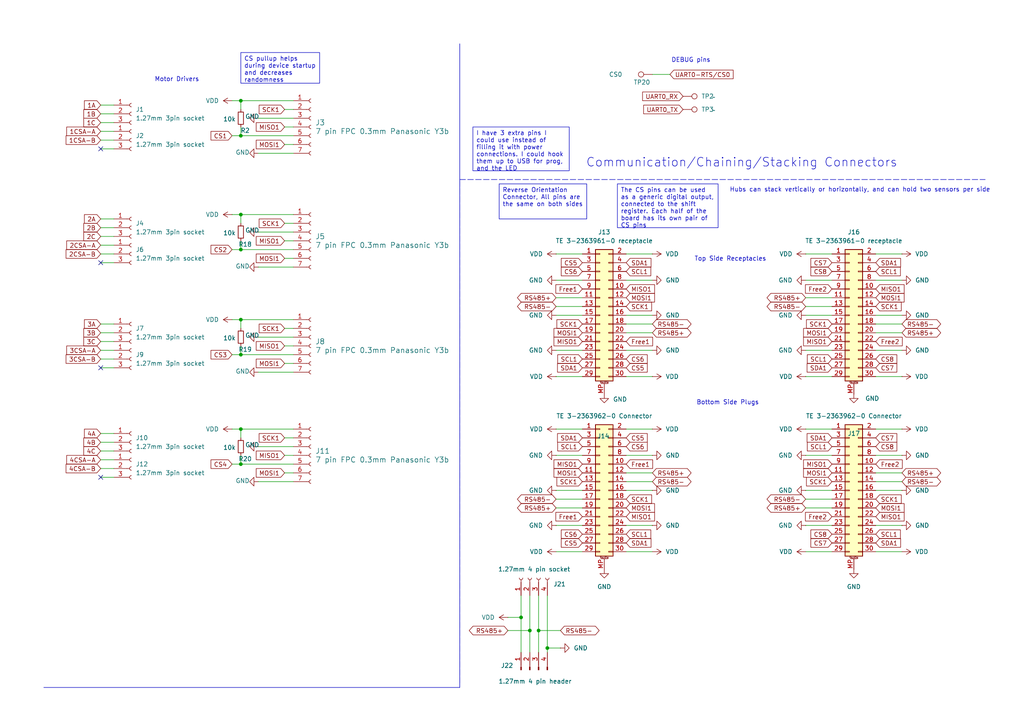
<source format=kicad_sch>
(kicad_sch (version 20231120) (generator "eeschema") (generator_version "8.0")
  (paper "A4")
  (title_block (title "CACKLE -  Hub/Connectors") (date "2024-10-08"))
  (lib_symbols
    (symbol "Connector:Conn_01x03_Socket" (pin_names (offset 1.016) hide)
      (property "Reference" "J" (at 0 5.08 0))
      (property "Value" "Conn_01x03_Socket" (at 0 -5.08 0))
      (symbol "Conn_01x03_Socket_1_1"
        (pin passive line (at -5.08 2.54 0) (length 3.81) (name "Pin_1") (number "1"))
        (pin passive line (at -5.08 0 0) (length 3.81) (name "Pin_2") (number "2"))
        (pin passive line (at -5.08 -2.54 0) (length 3.81) (name "Pin_3") (number "3"))
      )
    )
    (symbol "Connector:Conn_01x04_Pin" (pin_names (offset 1.016) hide)
      (property "Reference" "J" (at 0 5.08 0))
      (property "Value" "Conn_01x04_Pin" (at 0 -7.62 0))
      (symbol "Conn_01x04_Pin_1_1"
        (pin passive line (at 5.08 2.54 180) (length 3.81) (name "Pin_1") (number "1"))
        (pin passive line (at 5.08 0 180) (length 3.81) (name "Pin_2") (number "2"))
        (pin passive line (at 5.08 -2.54 180) (length 3.81) (name "Pin_3") (number "3"))
        (pin passive line (at 5.08 -5.08 180) (length 3.81) (name "Pin_4") (number "4"))
      )
    )
    (symbol "Connector:Conn_01x04_Socket" (pin_names (offset 1.016) hide)
      (property "Reference" "J" (at 0 5.08 0))
      (property "Value" "Conn_01x04_Socket" (at 0 -7.62 0))
      (symbol "Conn_01x04_Socket_1_1"
        (pin passive line (at -5.08 2.54 0) (length 3.81) (name "Pin_1") (number "1"))
        (pin passive line (at -5.08 0 0) (length 3.81) (name "Pin_2") (number "2"))
        (pin passive line (at -5.08 -2.54 0) (length 3.81) (name "Pin_3") (number "3"))
        (pin passive line (at -5.08 -5.08 0) (length 3.81) (name "Pin_4") (number "4"))
      )
    )
    (symbol "Connector:Conn_01x07_Socket" (pin_names (offset 1.016) hide)
      (property "Reference" "J" (at 0 10.16 0))
      (property "Value" "Conn_01x07_Socket" (at 0 -10.16 0))
      (symbol "Conn_01x07_Socket_1_1"
        (pin passive line (at -5.08 7.62 0) (length 3.81) (name "Pin_1") (number "1"))
        (pin passive line (at -5.08 5.08 0) (length 3.81) (name "Pin_2") (number "2"))
        (pin passive line (at -5.08 2.54 0) (length 3.81) (name "Pin_3") (number "3"))
        (pin passive line (at -5.08 0 0) (length 3.81) (name "Pin_4") (number "4"))
        (pin passive line (at -5.08 -2.54 0) (length 3.81) (name "Pin_5") (number "5"))
        (pin passive line (at -5.08 -5.08 0) (length 3.81) (name "Pin_6") (number "6"))
        (pin passive line (at -5.08 -7.62 0) (length 3.81) (name "Pin_7") (number "7"))
      )
    )
    (symbol "Connector:TestPoint" (pin_numbers hide) (pin_names (offset 0.762) hide)
      (property "Reference" "TP" (at 0 6.858 0))
      (property "Value" "TestPoint" (at 0 5.08 0))
      (symbol "TestPoint_1_1"
        (pin passive line (at 0 0 90) (length 2.54) (name "1") (number "1"))
      )
    )
    (symbol "Connector_Generic_MountingPin:Conn_02x15_Odd_Even_MountingPin" (pin_names (offset 1.016) hide)
      (property "Reference" "J" (at 1.27 20.32 0))
      (property "Value" "Conn_02x15_Odd_Even_MountingPin" (at 2.54 -20.32 0))
      (symbol "Conn_02x15_Odd_Even_MountingPin_1_1"
        (text "Mounting" (at 1.27 -19.431 0) (effects (font (size 0.381 0.381))))
        (pin passive line (at -5.08 17.78 0) (length 3.81) (name "Pin_1") (number "1"))
        (pin passive line (at 7.62 7.62 180) (length 3.81) (name "Pin_10") (number "10"))
        (pin passive line (at -5.08 5.08 0) (length 3.81) (name "Pin_11") (number "11"))
        (pin passive line (at 7.62 5.08 180) (length 3.81) (name "Pin_12") (number "12"))
        (pin passive line (at -5.08 2.54 0) (length 3.81) (name "Pin_13") (number "13"))
        (pin passive line (at 7.62 2.54 180) (length 3.81) (name "Pin_14") (number "14"))
        (pin passive line (at -5.08 0 0) (length 3.81) (name "Pin_15") (number "15"))
        (pin passive line (at 7.62 0 180) (length 3.81) (name "Pin_16") (number "16"))
        (pin passive line (at -5.08 -2.54 0) (length 3.81) (name "Pin_17") (number "17"))
        (pin passive line (at 7.62 -2.54 180) (length 3.81) (name "Pin_18") (number "18"))
        (pin passive line (at -5.08 -5.08 0) (length 3.81) (name "Pin_19") (number "19"))
        (pin passive line (at 7.62 17.78 180) (length 3.81) (name "Pin_2") (number "2"))
        (pin passive line (at 7.62 -5.08 180) (length 3.81) (name "Pin_20") (number "20"))
        (pin passive line (at -5.08 -7.62 0) (length 3.81) (name "Pin_21") (number "21"))
        (pin passive line (at 7.62 -7.62 180) (length 3.81) (name "Pin_22") (number "22"))
        (pin passive line (at -5.08 -10.16 0) (length 3.81) (name "Pin_23") (number "23"))
        (pin passive line (at 7.62 -10.16 180) (length 3.81) (name "Pin_24") (number "24"))
        (pin passive line (at -5.08 -12.7 0) (length 3.81) (name "Pin_25") (number "25"))
        (pin passive line (at 7.62 -12.7 180) (length 3.81) (name "Pin_26") (number "26"))
        (pin passive line (at -5.08 -15.24 0) (length 3.81) (name "Pin_27") (number "27"))
        (pin passive line (at 7.62 -15.24 180) (length 3.81) (name "Pin_28") (number "28"))
        (pin passive line (at -5.08 -17.78 0) (length 3.81) (name "Pin_29") (number "29"))
        (pin passive line (at -5.08 15.24 0) (length 3.81) (name "Pin_3") (number "3"))
        (pin passive line (at 7.62 -17.78 180) (length 3.81) (name "Pin_30") (number "30"))
        (pin passive line (at 7.62 15.24 180) (length 3.81) (name "Pin_4") (number "4"))
        (pin passive line (at -5.08 12.7 0) (length 3.81) (name "Pin_5") (number "5"))
        (pin passive line (at 7.62 12.7 180) (length 3.81) (name "Pin_6") (number "6"))
        (pin passive line (at -5.08 10.16 0) (length 3.81) (name "Pin_7") (number "7"))
        (pin passive line (at 7.62 10.16 180) (length 3.81) (name "Pin_8") (number "8"))
        (pin passive line (at -5.08 7.62 0) (length 3.81) (name "Pin_9") (number "9"))
        (pin passive line (at 1.27 -22.86 90) (length 3.048) (name "MountPin") (number "MP"))
      )
    )
    (symbol "Device:R_Small" (pin_numbers hide) (pin_names (offset 0.254) hide)
      (property "Reference" "R" (at 0.762 0.508 0))
      (property "Value" "R_Small" (at 0.762 -1.016 0))
      (symbol "R_Small_1_1"
        (pin passive line (at 0 2.54 270) (length 0.762) (name "~") (number "1"))
        (pin passive line (at 0 -2.54 90) (length 0.762) (name "~") (number "2"))
      )
    )
    (symbol "power:GND" (power) (pin_numbers hide) (pin_names (offset 0) hide)
      (property "Value" "GND" (at 0 -3.81 0))
      (symbol "GND_1_1"
        (pin power_in line (at 0 0 270) (length 0) (name "~") (number "1"))
      )
    )
    (symbol "power:VDD" (power) (pin_numbers hide) (pin_names (offset 0) hide)
      (property "Value" "VDD" (at 0 3.556 0))
      (symbol "VDD_1_1"
        (pin power_in line (at 0 0 90) (length 0) (name "~") (number "1"))
      )
    )
  )
  (junction (at 69.85 62.23))
  (junction (at 69.85 124.46))
  (junction (at 69.85 134.62))
  (junction (at 158.75 187.96))
  (junction (at 69.85 29.21))
  (junction (at 69.85 102.87))
  (junction (at 151.13 179.07))
  (junction (at 156.21 182.88))
  (junction (at 153.67 182.88))
  (junction (at 69.85 92.71))
  (junction (at 69.85 72.39))
  (junction (at 69.85 39.37))
  (no_connect (at 29.21 138.43))
  (no_connect (at 29.21 106.68))
  (no_connect (at 29.21 43.18))
  (no_connect (at 29.21 76.2))
  (wire (pts (xy 233.68 81.28) (xy 241.3 81.28)))
  (wire (pts (xy 69.85 39.37) (xy 85.09 39.37)))
  (wire (pts (xy 69.85 100.33) (xy 69.85 102.87)))
  (wire (pts (xy 82.55 41.91) (xy 85.09 41.91)))
  (wire (pts (xy 69.85 69.85) (xy 69.85 72.39)))
  (wire (pts (xy 189.23 160.02) (xy 181.61 160.02)))
  (wire (pts (xy 69.85 72.39) (xy 85.09 72.39)))
  (wire (pts (xy 153.67 172.72) (xy 153.67 182.88)))
  (wire (pts (xy 29.21 76.2) (xy 33.02 76.2)))
  (wire (pts (xy 161.29 124.46) (xy 168.91 124.46)))
  (wire (pts (xy 151.13 172.72) (xy 151.13 179.07)))
  (wire (pts (xy 161.29 147.32) (xy 168.91 147.32)))
  (wire (pts (xy 29.21 106.68) (xy 33.02 106.68)))
  (wire (pts (xy 158.75 172.72) (xy 158.75 187.96)))
  (wire (pts (xy 261.62 101.6) (xy 254 101.6)))
  (wire (pts (xy 189.23 91.44) (xy 181.61 91.44)))
  (wire (pts (xy 261.62 96.52) (xy 254 96.52)))
  (wire (pts (xy 233.68 124.46) (xy 241.3 124.46)))
  (wire (pts (xy 29.21 43.18) (xy 33.02 43.18)))
  (wire (pts (xy 233.68 152.4) (xy 241.3 152.4)))
  (wire (pts (xy 69.85 36.83) (xy 69.85 39.37)))
  (wire (pts (xy 189.23 101.6) (xy 181.61 101.6)))
  (wire (pts (xy 233.68 88.9) (xy 241.3 88.9)))
  (wire (pts (xy 69.85 62.23) (xy 85.09 62.23)))
  (wire (pts (xy 161.29 144.78) (xy 168.91 144.78)))
  (wire (pts (xy 69.85 62.23) (xy 69.85 64.77)))
  (wire (pts (xy 233.68 86.36) (xy 241.3 86.36)))
  (wire (pts (xy 261.62 137.16) (xy 254 137.16)))
  (wire (pts (xy 161.29 91.44) (xy 168.91 91.44)))
  (wire (pts (xy 69.85 132.08) (xy 69.85 134.62)))
  (wire (pts (xy 29.21 104.14) (xy 33.02 104.14)))
  (polyline (pts (xy 133.35 52.07) (xy 285.75 52.07)) (stroke (width 0) (type dash)))
  (wire (pts (xy 29.21 35.56) (xy 33.02 35.56)))
  (wire (pts (xy 69.85 134.62) (xy 85.09 134.62)))
  (wire (pts (xy 261.62 124.46) (xy 254 124.46)))
  (wire (pts (xy 67.31 29.21) (xy 69.85 29.21)))
  (wire (pts (xy 67.31 72.39) (xy 69.85 72.39)))
  (wire (pts (xy 261.62 132.08) (xy 254 132.08)))
  (wire (pts (xy 74.93 34.29) (xy 85.09 34.29)))
  (wire (pts (xy 158.75 187.96) (xy 162.56 187.96)))
  (wire (pts (xy 189.23 142.24) (xy 181.61 142.24)))
  (wire (pts (xy 161.29 142.24) (xy 168.91 142.24)))
  (wire (pts (xy 261.62 139.7) (xy 254 139.7)))
  (polyline (pts (xy 133.35 12.7) (xy 133.35 199.39)))
  (wire (pts (xy 67.31 124.46) (xy 69.85 124.46)))
  (wire (pts (xy 261.62 152.4) (xy 254 152.4)))
  (wire (pts (xy 74.93 97.79) (xy 85.09 97.79)))
  (wire (pts (xy 82.55 100.33) (xy 85.09 100.33)))
  (wire (pts (xy 29.21 96.52) (xy 33.02 96.52)))
  (wire (pts (xy 233.68 144.78) (xy 241.3 144.78)))
  (wire (pts (xy 189.23 132.08) (xy 181.61 132.08)))
  (wire (pts (xy 29.21 128.27) (xy 33.02 128.27)))
  (wire (pts (xy 74.93 107.95) (xy 85.09 107.95)))
  (wire (pts (xy 189.23 137.16) (xy 181.61 137.16)))
  (wire (pts (xy 29.21 125.73) (xy 33.02 125.73)))
  (wire (pts (xy 161.29 73.66) (xy 168.91 73.66)))
  (wire (pts (xy 261.62 91.44) (xy 254 91.44)))
  (wire (pts (xy 29.21 135.89) (xy 33.02 135.89)))
  (wire (pts (xy 29.21 93.98) (xy 33.02 93.98)))
  (wire (pts (xy 261.62 73.66) (xy 254 73.66)))
  (wire (pts (xy 161.29 88.9) (xy 168.91 88.9)))
  (wire (pts (xy 82.55 105.41) (xy 85.09 105.41)))
  (wire (pts (xy 151.13 179.07) (xy 151.13 189.23)))
  (wire (pts (xy 82.55 69.85) (xy 85.09 69.85)))
  (wire (pts (xy 82.55 36.83) (xy 85.09 36.83)))
  (wire (pts (xy 29.21 71.12) (xy 33.02 71.12)))
  (wire (pts (xy 82.55 127) (xy 85.09 127)))
  (wire (pts (xy 69.85 92.71) (xy 85.09 92.71)))
  (polyline (pts (xy 133.35 198.12) (xy 133.35 52.07)) (stroke (width 0) (type dash)))
  (wire (pts (xy 147.32 179.07) (xy 151.13 179.07)))
  (wire (pts (xy 194.31 21.59) (xy 189.23 21.59)))
  (wire (pts (xy 189.23 109.22) (xy 181.61 109.22)))
  (wire (pts (xy 261.62 93.98) (xy 254 93.98)))
  (wire (pts (xy 29.21 130.81) (xy 33.02 130.81)))
  (wire (pts (xy 29.21 68.58) (xy 33.02 68.58)))
  (wire (pts (xy 261.62 160.02) (xy 254 160.02)))
  (wire (pts (xy 156.21 182.88) (xy 162.56 182.88)))
  (wire (pts (xy 29.21 101.6) (xy 33.02 101.6)))
  (polyline (pts (xy 12.7 199.39) (xy 133.35 199.39)))
  (wire (pts (xy 233.68 147.32) (xy 241.3 147.32)))
  (wire (pts (xy 233.68 91.44) (xy 241.3 91.44)))
  (wire (pts (xy 189.23 152.4) (xy 181.61 152.4)))
  (wire (pts (xy 29.21 63.5) (xy 33.02 63.5)))
  (wire (pts (xy 161.29 160.02) (xy 168.91 160.02)))
  (wire (pts (xy 261.62 142.24) (xy 254 142.24)))
  (wire (pts (xy 82.55 95.25) (xy 85.09 95.25)))
  (wire (pts (xy 69.85 124.46) (xy 85.09 124.46)))
  (wire (pts (xy 29.21 133.35) (xy 33.02 133.35)))
  (wire (pts (xy 261.62 81.28) (xy 254 81.28)))
  (wire (pts (xy 233.68 160.02) (xy 241.3 160.02)))
  (wire (pts (xy 161.29 81.28) (xy 168.91 81.28)))
  (wire (pts (xy 67.31 134.62) (xy 69.85 134.62)))
  (wire (pts (xy 189.23 139.7) (xy 181.61 139.7)))
  (wire (pts (xy 29.21 138.43) (xy 33.02 138.43)))
  (wire (pts (xy 153.67 182.88) (xy 153.67 189.23)))
  (wire (pts (xy 189.23 93.98) (xy 181.61 93.98)))
  (wire (pts (xy 74.93 77.47) (xy 85.09 77.47)))
  (wire (pts (xy 147.32 182.88) (xy 153.67 182.88)))
  (wire (pts (xy 233.68 73.66) (xy 241.3 73.66)))
  (wire (pts (xy 156.21 182.88) (xy 156.21 189.23)))
  (wire (pts (xy 158.75 187.96) (xy 158.75 189.23)))
  (wire (pts (xy 161.29 109.22) (xy 168.91 109.22)))
  (wire (pts (xy 233.68 109.22) (xy 241.3 109.22)))
  (wire (pts (xy 161.29 152.4) (xy 168.91 152.4)))
  (wire (pts (xy 74.93 67.31) (xy 85.09 67.31)))
  (wire (pts (xy 156.21 172.72) (xy 156.21 182.88)))
  (wire (pts (xy 29.21 73.66) (xy 33.02 73.66)))
  (wire (pts (xy 67.31 62.23) (xy 69.85 62.23)))
  (wire (pts (xy 233.68 142.24) (xy 241.3 142.24)))
  (wire (pts (xy 74.93 44.45) (xy 85.09 44.45)))
  (wire (pts (xy 189.23 73.66) (xy 181.61 73.66)))
  (wire (pts (xy 189.23 81.28) (xy 181.61 81.28)))
  (wire (pts (xy 161.29 86.36) (xy 168.91 86.36)))
  (wire (pts (xy 67.31 39.37) (xy 69.85 39.37)))
  (wire (pts (xy 233.68 132.08) (xy 241.3 132.08)))
  (wire (pts (xy 233.68 101.6) (xy 241.3 101.6)))
  (wire (pts (xy 69.85 92.71) (xy 69.85 95.25)))
  (wire (pts (xy 29.21 30.48) (xy 33.02 30.48)))
  (wire (pts (xy 189.23 124.46) (xy 181.61 124.46)))
  (wire (pts (xy 82.55 74.93) (xy 85.09 74.93)))
  (wire (pts (xy 69.85 102.87) (xy 85.09 102.87)))
  (wire (pts (xy 261.62 109.22) (xy 254 109.22)))
  (wire (pts (xy 69.85 124.46) (xy 69.85 127)))
  (wire (pts (xy 29.21 99.06) (xy 33.02 99.06)))
  (wire (pts (xy 189.23 96.52) (xy 181.61 96.52)))
  (wire (pts (xy 29.21 38.1) (xy 33.02 38.1)))
  (wire (pts (xy 82.55 31.75) (xy 85.09 31.75)))
  (wire (pts (xy 74.93 129.54) (xy 85.09 129.54)))
  (wire (pts (xy 82.55 137.16) (xy 85.09 137.16)))
  (wire (pts (xy 67.31 92.71) (xy 69.85 92.71)))
  (wire (pts (xy 161.29 101.6) (xy 168.91 101.6)))
  (wire (pts (xy 82.55 132.08) (xy 85.09 132.08)))
  (wire (pts (xy 74.93 139.7) (xy 85.09 139.7)))
  (wire (pts (xy 69.85 29.21) (xy 69.85 31.75)))
  (wire (pts (xy 69.85 29.21) (xy 85.09 29.21)))
  (wire (pts (xy 29.21 33.02) (xy 33.02 33.02)))
  (wire (pts (xy 29.21 40.64) (xy 33.02 40.64)))
  (wire (pts (xy 82.55 64.77) (xy 85.09 64.77)))
  (wire (pts (xy 67.31 102.87) (xy 69.85 102.87)))
  (wire (pts (xy 29.21 66.04) (xy 33.02 66.04)))
  (wire (pts (xy 161.29 132.08) (xy 168.91 132.08)))
  (text_box "Reverse Orientation Connector, All pins are the same on both sides" (at 144.78 53.34 0) (size 25.4 10.16) (effects (font (size 1.27 1.27)) (justify left top)))
  (text_box "CS pullup helps during device startup and decreases randomness" (at 69.85 15.24 0) (size 22.86 8.89) (effects (font (size 1.27 1.27)) (justify left top)))
  (text_box "The CS pins can be used as a generic digital output, connected to the shift register. Each half of the board has its own pair of CS pins" (at 179.07 53.34 0) (size 29.21 12.7) (effects (font (size 1.27 1.27)) (justify left top)))
  (text_box "I have 3 extra pins I could use instead of filling it with power connections. I could hook them up to USB for prog, and the LED" (at 137.16 36.83 0) (size 27.94 12.7) (effects (font (size 1.27 1.27)) (justify left top)))
  (text "Communication/Chaining/Stacking Connectors" (at 215.138 47.244 0) (effects (font (size 2.54 2.54))))
  (text "Top Side Receptacles" (at 211.836 75.184 0) (effects (font (size 1.27 1.27))))
  (text "Motor Drivers" (at 51.308 23.114 0) (effects (font (size 1.27 1.27))))
  (text "Hubs can stack vertically or horizontally, and can hold two sensors per side" (at 249.428 55.118 0) (effects (font (size 1.27 1.27))))
  (text "DEBUG pins" (at 200.406 17.526 0) (effects (font (size 1.27 1.27))))
  (text "Bottom Side Plugs" (at 211.074 116.84 0) (effects (font (size 1.27 1.27))))
  (global_label "3A" (shape input) (at 29.21 93.98 180) (property "Intersheetrefs" "${INTERSHEET_REFS}" (effects (hide yes))))
  (global_label "SCK1" (shape input) (at 241.3 93.98 180) (property "Intersheetrefs" "${INTERSHEET_REFS}" (effects (hide yes))))
  (global_label "CS5" (shape input) (at 181.61 127 0) (property "Intersheetrefs" "${INTERSHEET_REFS}" (effects (hide yes))))
  (global_label "2CSA-A" (shape input) (at 29.21 71.12 180) (property "Intersheetrefs" "${INTERSHEET_REFS}" (effects (hide yes))))
  (global_label "MOSI1" (shape input) (at 241.3 96.52 180) (property "Intersheetrefs" "${INTERSHEET_REFS}" (effects (hide yes))))
  (global_label "SCL1" (shape input) (at 241.3 129.54 180) (property "Intersheetrefs" "${INTERSHEET_REFS}" (effects (hide yes))))
  (global_label "SDA1" (shape input) (at 168.91 127 180) (property "Intersheetrefs" "${INTERSHEET_REFS}" (effects (hide yes))))
  (global_label "SDA1" (shape input) (at 254 76.2 0) (property "Intersheetrefs" "${INTERSHEET_REFS}" (effects (hide yes))))
  (global_label "SDA1" (shape input) (at 241.3 106.68 180) (property "Intersheetrefs" "${INTERSHEET_REFS}" (effects (hide yes))))
  (global_label "CS2" (shape input) (at 67.31 72.39 180) (property "Intersheetrefs" "${INTERSHEET_REFS}" (effects (hide yes))))
  (global_label "CS5" (shape input) (at 168.91 157.48 180) (property "Intersheetrefs" "${INTERSHEET_REFS}" (effects (hide yes))))
  (global_label "MOSI1" (shape input) (at 181.61 147.32 0) (property "Intersheetrefs" "${INTERSHEET_REFS}" (effects (hide yes))))
  (global_label "SCK1" (shape input) (at 254 144.78 0) (property "Intersheetrefs" "${INTERSHEET_REFS}" (effects (hide yes))))
  (global_label "3B" (shape input) (at 29.21 96.52 180) (property "Intersheetrefs" "${INTERSHEET_REFS}" (effects (hide yes))))
  (global_label "SCK1" (shape input) (at 181.61 88.9 0) (property "Intersheetrefs" "${INTERSHEET_REFS}" (effects (hide yes))))
  (global_label "CS4" (shape input) (at 67.31 134.62 180) (property "Intersheetrefs" "${INTERSHEET_REFS}" (effects (hide yes))))
  (global_label "4CSA-A" (shape input) (at 29.21 133.35 180) (property "Intersheetrefs" "${INTERSHEET_REFS}" (effects (hide yes))))
  (global_label "Free1" (shape input) (at 181.61 134.62 0) (property "Intersheetrefs" "${INTERSHEET_REFS}" (effects (hide yes))))
  (global_label "SCK1" (shape input) (at 82.55 95.25 180) (property "Intersheetrefs" "${INTERSHEET_REFS}" (effects (hide yes))))
  (global_label "SCK1" (shape input) (at 82.55 31.75 180) (property "Intersheetrefs" "${INTERSHEET_REFS}" (effects (hide yes))))
  (global_label "CS8" (shape input) (at 241.3 78.74 180) (property "Intersheetrefs" "${INTERSHEET_REFS}" (effects (hide yes))))
  (global_label "RS485+" (shape bidirectional) (at 161.29 147.32 180) (property "Intersheetrefs" "${INTERSHEET_REFS}" (effects (hide yes))))
  (global_label "MISO1" (shape input) (at 82.55 69.85 180) (property "Intersheetrefs" "${INTERSHEET_REFS}" (effects (hide yes))))
  (global_label "3CSA-B" (shape input) (at 29.21 104.14 180) (property "Intersheetrefs" "${INTERSHEET_REFS}" (effects (hide yes))))
  (global_label "RS485-" (shape bidirectional) (at 261.62 139.7 0) (property "Intersheetrefs" "${INTERSHEET_REFS}" (effects (hide yes))))
  (global_label "Free1" (shape input) (at 168.91 149.86 180) (property "Intersheetrefs" "${INTERSHEET_REFS}" (effects (hide yes))))
  (global_label "CS5" (shape input) (at 181.61 106.68 0) (property "Intersheetrefs" "${INTERSHEET_REFS}" (effects (hide yes))))
  (global_label "2CSA-B" (shape input) (at 29.21 73.66 180) (property "Intersheetrefs" "${INTERSHEET_REFS}" (effects (hide yes))))
  (global_label "MOSI1" (shape input) (at 254 147.32 0) (property "Intersheetrefs" "${INTERSHEET_REFS}" (effects (hide yes))))
  (global_label "4B" (shape input) (at 29.21 128.27 180) (property "Intersheetrefs" "${INTERSHEET_REFS}" (effects (hide yes))))
  (global_label "MISO1" (shape input) (at 168.91 99.06 180) (property "Intersheetrefs" "${INTERSHEET_REFS}" (effects (hide yes))))
  (global_label "RS485+" (shape bidirectional) (at 261.62 137.16 0) (property "Intersheetrefs" "${INTERSHEET_REFS}" (effects (hide yes))))
  (global_label "MISO1" (shape input) (at 181.61 149.86 0) (property "Intersheetrefs" "${INTERSHEET_REFS}" (effects (hide yes))))
  (global_label "SCL1" (shape input) (at 168.91 104.14 180) (property "Intersheetrefs" "${INTERSHEET_REFS}" (effects (hide yes))))
  (global_label "RS485+" (shape bidirectional) (at 233.68 147.32 180) (property "Intersheetrefs" "${INTERSHEET_REFS}" (effects (hide yes))))
  (global_label "MOSI1" (shape input) (at 82.55 41.91 180) (property "Intersheetrefs" "${INTERSHEET_REFS}" (effects (hide yes))))
  (global_label "SCL1" (shape input) (at 241.3 104.14 180) (property "Intersheetrefs" "${INTERSHEET_REFS}" (effects (hide yes))))
  (global_label "RS485+" (shape bidirectional) (at 261.62 96.52 0) (property "Intersheetrefs" "${INTERSHEET_REFS}" (effects (hide yes))))
  (global_label "SDA1" (shape input) (at 254 157.48 0) (property "Intersheetrefs" "${INTERSHEET_REFS}" (effects (hide yes))))
  (global_label "Free1" (shape input) (at 181.61 99.06 0) (property "Intersheetrefs" "${INTERSHEET_REFS}" (effects (hide yes))))
  (global_label "RS485-" (shape bidirectional) (at 162.56 182.88 0) (property "Intersheetrefs" "${INTERSHEET_REFS}" (effects (hide yes))))
  (global_label "MOSI1" (shape input) (at 181.61 86.36 0) (property "Intersheetrefs" "${INTERSHEET_REFS}" (effects (hide yes))))
  (global_label "CS8" (shape input) (at 254 104.14 0) (property "Intersheetrefs" "${INTERSHEET_REFS}" (effects (hide yes))))
  (global_label "CS6" (shape input) (at 168.91 78.74 180) (property "Intersheetrefs" "${INTERSHEET_REFS}" (effects (hide yes))))
  (global_label "SCK1" (shape input) (at 254 88.9 0) (property "Intersheetrefs" "${INTERSHEET_REFS}" (effects (hide yes))))
  (global_label "4C" (shape input) (at 29.21 130.81 180) (property "Intersheetrefs" "${INTERSHEET_REFS}" (effects (hide yes))))
  (global_label "CS7" (shape input) (at 241.3 76.2 180) (property "Intersheetrefs" "${INTERSHEET_REFS}" (effects (hide yes))))
  (global_label "UART0_RX" (shape input) (at 198.12 27.94 180) (property "Intersheetrefs" "${INTERSHEET_REFS}" (effects (hide yes))))
  (global_label "SCL1" (shape input) (at 254 154.94 0) (property "Intersheetrefs" "${INTERSHEET_REFS}" (effects (hide yes))))
  (global_label "SCL1" (shape input) (at 168.91 129.54 180) (property "Intersheetrefs" "${INTERSHEET_REFS}" (effects (hide yes))))
  (global_label "4CSA-B" (shape input) (at 29.21 135.89 180) (property "Intersheetrefs" "${INTERSHEET_REFS}" (effects (hide yes))))
  (global_label "2C" (shape input) (at 29.21 68.58 180) (property "Intersheetrefs" "${INTERSHEET_REFS}" (effects (hide yes))))
  (global_label "MISO1" (shape input) (at 82.55 132.08 180) (property "Intersheetrefs" "${INTERSHEET_REFS}" (effects (hide yes))))
  (global_label "CS6" (shape input) (at 168.91 154.94 180) (property "Intersheetrefs" "${INTERSHEET_REFS}" (effects (hide yes))))
  (global_label "MISO1" (shape input) (at 254 149.86 0) (property "Intersheetrefs" "${INTERSHEET_REFS}" (effects (hide yes))))
  (global_label "RS485-" (shape bidirectional) (at 189.23 139.7 0) (property "Intersheetrefs" "${INTERSHEET_REFS}" (effects (hide yes))))
  (global_label "MISO1" (shape input) (at 168.91 134.62 180) (property "Intersheetrefs" "${INTERSHEET_REFS}" (effects (hide yes))))
  (global_label "CS8" (shape input) (at 254 129.54 0) (property "Intersheetrefs" "${INTERSHEET_REFS}" (effects (hide yes))))
  (global_label "RS485+" (shape bidirectional) (at 161.29 86.36 180) (property "Intersheetrefs" "${INTERSHEET_REFS}" (effects (hide yes))))
  (global_label "Free2" (shape input) (at 241.3 83.82 180) (property "Intersheetrefs" "${INTERSHEET_REFS}" (effects (hide yes))))
  (global_label "RS485-" (shape bidirectional) (at 233.68 144.78 180) (property "Intersheetrefs" "${INTERSHEET_REFS}" (effects (hide yes))))
  (global_label "CS7" (shape input) (at 254 106.68 0) (property "Intersheetrefs" "${INTERSHEET_REFS}" (effects (hide yes))))
  (global_label "SCL1" (shape input) (at 181.61 154.94 0) (property "Intersheetrefs" "${INTERSHEET_REFS}" (effects (hide yes))))
  (global_label "RS485-" (shape bidirectional) (at 189.23 93.98 0) (property "Intersheetrefs" "${INTERSHEET_REFS}" (effects (hide yes))))
  (global_label "MOSI1" (shape input) (at 241.3 137.16 180) (property "Intersheetrefs" "${INTERSHEET_REFS}" (effects (hide yes))))
  (global_label "CS6" (shape input) (at 181.61 129.54 0) (property "Intersheetrefs" "${INTERSHEET_REFS}" (effects (hide yes))))
  (global_label "UART0_TX" (shape input) (at 198.12 31.75 180) (property "Intersheetrefs" "${INTERSHEET_REFS}" (effects (hide yes))))
  (global_label "RS485-" (shape bidirectional) (at 161.29 144.78 180) (property "Intersheetrefs" "${INTERSHEET_REFS}" (effects (hide yes))))
  (global_label "MOSI1" (shape input) (at 82.55 137.16 180) (property "Intersheetrefs" "${INTERSHEET_REFS}" (effects (hide yes))))
  (global_label "MOSI1" (shape input) (at 168.91 137.16 180) (property "Intersheetrefs" "${INTERSHEET_REFS}" (effects (hide yes))))
  (global_label "MOSI1" (shape input) (at 82.55 74.93 180) (property "Intersheetrefs" "${INTERSHEET_REFS}" (effects (hide yes))))
  (global_label "2B" (shape input) (at 29.21 66.04 180) (property "Intersheetrefs" "${INTERSHEET_REFS}" (effects (hide yes))))
  (global_label "Free2" (shape input) (at 241.3 149.86 180) (property "Intersheetrefs" "${INTERSHEET_REFS}" (effects (hide yes))))
  (global_label "MISO1" (shape input) (at 82.55 100.33 180) (property "Intersheetrefs" "${INTERSHEET_REFS}" (effects (hide yes))))
  (global_label "1C" (shape input) (at 29.21 35.56 180) (property "Intersheetrefs" "${INTERSHEET_REFS}" (effects (hide yes))))
  (global_label "SCK1" (shape input) (at 82.55 64.77 180) (property "Intersheetrefs" "${INTERSHEET_REFS}" (effects (hide yes))))
  (global_label "RS485-" (shape bidirectional) (at 233.68 88.9 180) (property "Intersheetrefs" "${INTERSHEET_REFS}" (effects (hide yes))))
  (global_label "RS485-" (shape bidirectional) (at 161.29 88.9 180) (property "Intersheetrefs" "${INTERSHEET_REFS}" (effects (hide yes))))
  (global_label "SCK1" (shape input) (at 181.61 144.78 0) (property "Intersheetrefs" "${INTERSHEET_REFS}" (effects (hide yes))))
  (global_label "MISO1" (shape input) (at 241.3 99.06 180) (property "Intersheetrefs" "${INTERSHEET_REFS}" (effects (hide yes))))
  (global_label "CS8" (shape input) (at 241.3 154.94 180) (property "Intersheetrefs" "${INTERSHEET_REFS}" (effects (hide yes))))
  (global_label "SDA1" (shape input) (at 181.61 76.2 0) (property "Intersheetrefs" "${INTERSHEET_REFS}" (effects (hide yes))))
  (global_label "SCK1" (shape input) (at 168.91 93.98 180) (property "Intersheetrefs" "${INTERSHEET_REFS}" (effects (hide yes))))
  (global_label "RS485+" (shape bidirectional) (at 147.32 182.88 180) (property "Intersheetrefs" "${INTERSHEET_REFS}" (effects (hide yes))))
  (global_label "RS485-" (shape bidirectional) (at 261.62 93.98 0) (property "Intersheetrefs" "${INTERSHEET_REFS}" (effects (hide yes))))
  (global_label "MISO1" (shape input) (at 241.3 134.62 180) (property "Intersheetrefs" "${INTERSHEET_REFS}" (effects (hide yes))))
  (global_label "SCK1" (shape input) (at 82.55 127 180) (property "Intersheetrefs" "${INTERSHEET_REFS}" (effects (hide yes))))
  (global_label "CS5" (shape input) (at 168.91 76.2 180) (property "Intersheetrefs" "${INTERSHEET_REFS}" (effects (hide yes))))
  (global_label "Free2" (shape input) (at 254 134.62 0) (property "Intersheetrefs" "${INTERSHEET_REFS}" (effects (hide yes))))
  (global_label "SDA1" (shape input) (at 241.3 127 180) (property "Intersheetrefs" "${INTERSHEET_REFS}" (effects (hide yes))))
  (global_label "CS7" (shape input) (at 254 127 0) (property "Intersheetrefs" "${INTERSHEET_REFS}" (effects (hide yes))))
  (global_label "UART0-RTS{slash}CS0" (shape input) (at 194.31 21.59 0) (property "Intersheetrefs" "${INTERSHEET_REFS}" (effects (hide yes))))
  (global_label "3C" (shape input) (at 29.21 99.06 180) (property "Intersheetrefs" "${INTERSHEET_REFS}" (effects (hide yes))))
  (global_label "SDA1" (shape input) (at 168.91 106.68 180) (property "Intersheetrefs" "${INTERSHEET_REFS}" (effects (hide yes))))
  (global_label "1CSA-A" (shape input) (at 29.21 38.1 180) (property "Intersheetrefs" "${INTERSHEET_REFS}" (effects (hide yes))))
  (global_label "3CSA-A" (shape input) (at 29.21 101.6 180) (property "Intersheetrefs" "${INTERSHEET_REFS}" (effects (hide yes))))
  (global_label "MOSI1" (shape input) (at 82.55 105.41 180) (property "Intersheetrefs" "${INTERSHEET_REFS}" (effects (hide yes))))
  (global_label "MISO1" (shape input) (at 254 83.82 0) (property "Intersheetrefs" "${INTERSHEET_REFS}" (effects (hide yes))))
  (global_label "SDA1" (shape input) (at 181.61 157.48 0) (property "Intersheetrefs" "${INTERSHEET_REFS}" (effects (hide yes))))
  (global_label "MOSI1" (shape input) (at 254 86.36 0) (property "Intersheetrefs" "${INTERSHEET_REFS}" (effects (hide yes))))
  (global_label "RS485+" (shape bidirectional) (at 233.68 86.36 180) (property "Intersheetrefs" "${INTERSHEET_REFS}" (effects (hide yes))))
  (global_label "MISO1" (shape input) (at 82.55 36.83 180) (property "Intersheetrefs" "${INTERSHEET_REFS}" (effects (hide yes))))
  (global_label "SCK1" (shape input) (at 168.91 139.7 180) (property "Intersheetrefs" "${INTERSHEET_REFS}" (effects (hide yes))))
  (global_label "SCL1" (shape input) (at 254 78.74 0) (property "Intersheetrefs" "${INTERSHEET_REFS}" (effects (hide yes))))
  (global_label "MOSI1" (shape input) (at 168.91 96.52 180) (property "Intersheetrefs" "${INTERSHEET_REFS}" (effects (hide yes))))
  (global_label "2A" (shape input) (at 29.21 63.5 180) (property "Intersheetrefs" "${INTERSHEET_REFS}" (effects (hide yes))))
  (global_label "RS485+" (shape bidirectional) (at 189.23 137.16 0) (property "Intersheetrefs" "${INTERSHEET_REFS}" (effects (hide yes))))
  (global_label "Free2" (shape input) (at 254 99.06 0) (property "Intersheetrefs" "${INTERSHEET_REFS}" (effects (hide yes))))
  (global_label "CS3" (shape input) (at 67.31 102.87 180) (property "Intersheetrefs" "${INTERSHEET_REFS}" (effects (hide yes))))
  (global_label "Free1" (shape input) (at 168.91 83.82 180) (property "Intersheetrefs" "${INTERSHEET_REFS}" (effects (hide yes))))
  (global_label "CS7" (shape input) (at 241.3 157.48 180) (property "Intersheetrefs" "${INTERSHEET_REFS}" (effects (hide yes))))
  (global_label "RS485+" (shape bidirectional) (at 189.23 96.52 0) (property "Intersheetrefs" "${INTERSHEET_REFS}" (effects (hide yes))))
  (global_label "CS1" (shape input) (at 67.31 39.37 180) (property "Intersheetrefs" "${INTERSHEET_REFS}" (effects (hide yes))))
  (global_label "MISO1" (shape input) (at 181.61 83.82 0) (property "Intersheetrefs" "${INTERSHEET_REFS}" (effects (hide yes))))
  (global_label "4A" (shape input) (at 29.21 125.73 180) (property "Intersheetrefs" "${INTERSHEET_REFS}" (effects (hide yes))))
  (global_label "SCL1" (shape input) (at 181.61 78.74 0) (property "Intersheetrefs" "${INTERSHEET_REFS}" (effects (hide yes))))
  (global_label "1B" (shape input) (at 29.21 33.02 180) (property "Intersheetrefs" "${INTERSHEET_REFS}" (effects (hide yes))))
  (global_label "1A" (shape input) (at 29.21 30.48 180) (property "Intersheetrefs" "${INTERSHEET_REFS}" (effects (hide yes))))
  (global_label "CS6" (shape input) (at 181.61 104.14 0) (property "Intersheetrefs" "${INTERSHEET_REFS}" (effects (hide yes))))
  (global_label "SCK1" (shape input) (at 241.3 139.7 180) (property "Intersheetrefs" "${INTERSHEET_REFS}" (effects (hide yes))))
  (global_label "1CSA-B" (shape input) (at 29.21 40.64 180) (property "Intersheetrefs" "${INTERSHEET_REFS}" (effects (hide yes))))
  (symbol (lib_id "power:GND") (at 261.62 152.4 90) (mirror x) (unit 1)
    (property "Reference" "#PWR050" (effects (hide yes)))
    (property "Value" "GND" (at 265.43 152.3999 90) (effects (justify right)))
    (property "Description" "Power symbol creates a global label with name \"GND\" , ground" (effects (hide yes)))
  )
  (symbol (lib_id "power:VDD") (at 233.68 124.46 90) (mirror x) (unit 1)
    (property "Reference" "#PWR043" (effects (hide yes)))
    (property "Value" "VDD" (at 229.87 124.4601 90) (effects (justify left)))
    (property "Description" "Power symbol creates a global label with name \"VDD\"" (effects (hide yes)))
  )
  (symbol (lib_id "power:VDD") (at 233.68 109.22 90) (unit 1)
    (property "Reference" "#PWR062" (effects (hide yes)))
    (property "Value" "VDD" (at 229.87 109.2199 90) (effects (justify left)))
    (property "Description" "Power symbol creates a global label with name \"VDD\"" (effects (hide yes)))
  )
  (symbol (lib_id "Connector:Conn_01x03_Socket") (at 38.1 135.89 0) (unit 1)
    (property "Reference" "J12" (at 39.37 134.6199 0) (effects (justify left)))
    (property "Value" "1.27mm 3pin socket" (at 39.37 137.1599 0) (effects (justify left)))
    (property "Footprint" "Connector_PinHeader_1.27mm:PinHeader_1x03_P1.27mm_Vertical" (effects (hide yes)))
    (property "Description" "Generic connector, single row, 01x03, script generated" (effects (hide yes)))
  )
  (symbol (lib_id "power:GND") (at 161.29 91.44 270) (unit 1)
    (property "Reference" "#PWR053" (effects (hide yes)))
    (property "Value" "GND" (at 157.48 91.4399 90) (effects (justify right)))
    (property "Description" "Power symbol creates a global label with name \"GND\" , ground" (effects (hide yes)))
  )
  (symbol (lib_id "power:GND") (at 175.26 114.3 0) (unit 1)
    (property "Reference" "#PWR051" (effects (hide yes)))
    (property "Value" "GND" (at 179.832 115.824 0))
    (property "Description" "Power symbol creates a global label with name \"GND\" , ground" (effects (hide yes)))
  )
  (symbol (lib_id "power:GND") (at 233.68 81.28 270) (unit 1)
    (property "Reference" "#PWR041" (effects (hide yes)))
    (property "Value" "GND" (at 229.87 81.2799 90) (effects (justify right)))
    (property "Description" "Power symbol creates a global label with name \"GND\" , ground" (effects (hide yes)))
  )
  (symbol (lib_id "power:GND") (at 261.62 142.24 90) (mirror x) (unit 1)
    (property "Reference" "#PWR048" (effects (hide yes)))
    (property "Value" "GND" (at 265.43 142.2399 90) (effects (justify right)))
    (property "Description" "Power symbol creates a global label with name \"GND\" , ground" (effects (hide yes)))
  )
  (symbol (lib_id "power:GND") (at 74.93 139.7 270) (unit 1)
    (property "Reference" "#PWR033" (effects (hide yes)))
    (property "Value" "GND" (at 70.358 139.446 90))
    (property "Description" "Power symbol creates a global label with name \"GND\" , ground" (effects (hide yes)))
  )
  (symbol (lib_id "power:GND") (at 261.62 101.6 90) (unit 1)
    (property "Reference" "#PWR061" (effects (hide yes)))
    (property "Value" "GND" (at 265.43 101.6001 90) (effects (justify right)))
    (property "Description" "Power symbol creates a global label with name \"GND\" , ground" (effects (hide yes)))
  )
  (symbol (lib_id "Connector:Conn_01x03_Socket") (at 38.1 33.02 0) (unit 1)
    (property "Reference" "J1" (at 39.37 31.7499 0) (effects (justify left)))
    (property "Value" "1.27mm 3pin socket" (at 39.37 34.2899 0) (effects (justify left)))
    (property "Footprint" "Connector_PinHeader_1.27mm:PinHeader_1x03_P1.27mm_Vertical" (effects (hide yes)))
    (property "Description" "Generic connector, single row, 01x03, script generated" (effects (hide yes)))
  )
  (symbol (lib_id "power:GND") (at 233.68 132.08 270) (mirror x) (unit 1)
    (property "Reference" "#PWR045" (effects (hide yes)))
    (property "Value" "GND" (at 229.87 132.0801 90) (effects (justify right)))
    (property "Description" "Power symbol creates a global label with name \"GND\" , ground" (effects (hide yes)))
  )
  (symbol (lib_id "Connector:Conn_01x03_Socket") (at 38.1 104.14 0) (unit 1)
    (property "Reference" "J9" (at 39.37 102.8699 0) (effects (justify left)))
    (property "Value" "1.27mm 3pin socket" (at 39.37 105.4099 0) (effects (justify left)))
    (property "Footprint" "Connector_PinHeader_1.27mm:PinHeader_1x03_P1.27mm_Vertical" (effects (hide yes)))
    (property "Description" "Generic connector, single row, 01x03, script generated" (effects (hide yes)))
  )
  (symbol (lib_id "power:GND") (at 261.62 91.44 90) (unit 1)
    (property "Reference" "#PWR059" (effects (hide yes)))
    (property "Value" "GND" (at 265.43 91.4401 90) (effects (justify right)))
    (property "Description" "Power symbol creates a global label with name \"GND\" , ground" (effects (hide yes)))
  )
  (symbol (lib_id "power:VDD") (at 67.31 124.46 90) (unit 1)
    (property "Reference" "#PWR031" (effects (hide yes)))
    (property "Value" "VDD" (at 63.5 124.4599 90) (effects (justify left)))
    (property "Description" "Power symbol creates a global label with name \"VDD\"" (effects (hide yes)))
  )
  (symbol (lib_id "power:GND") (at 161.29 152.4 270) (mirror x) (unit 1)
    (property "Reference" "#PWR067" (effects (hide yes)))
    (property "Value" "GND" (at 157.48 152.4001 90) (effects (justify right)))
    (property "Description" "Power symbol creates a global label with name \"GND\" , ground" (effects (hide yes)))
  )
  (symbol (lib_id "power:GND") (at 161.29 81.28 270) (unit 1)
    (property "Reference" "#PWR011" (effects (hide yes)))
    (property "Value" "GND" (at 157.48 81.2799 90) (effects (justify right)))
    (property "Description" "Power symbol creates a global label with name \"GND\" , ground" (effects (hide yes)))
  )
  (symbol (lib_id "power:GND") (at 261.62 132.08 90) (mirror x) (unit 1)
    (property "Reference" "#PWR046" (effects (hide yes)))
    (property "Value" "GND" (at 265.43 132.0799 90) (effects (justify right)))
    (property "Description" "Power symbol creates a global label with name \"GND\" , ground" (effects (hide yes)))
  )
  (symbol (lib_id "power:VDD") (at 67.31 62.23 90) (unit 1)
    (property "Reference" "#PWR022" (effects (hide yes)))
    (property "Value" "VDD" (at 63.5 62.2299 90) (effects (justify left)))
    (property "Description" "Power symbol creates a global label with name \"VDD\"" (effects (hide yes)))
  )
  (symbol (lib_id "Connector:Conn_01x07_Socket") (at 90.17 69.85 0) (unit 1)
    (property "Reference" "J5" (at 91.44 68.5799 0) (effects (font (size 1.524 1.524)) (justify left)))
    (property "Value" "7 pin FPC 0.3mm Panasonic Y3b" (at 91.44 71.1199 0) (effects (font (size 1.524 1.524)) (justify left)))
    (property "Footprint" "custom_Interface_HID:fpc_7pin_0.3mm_connector Panasonic" (effects (hide yes)))
    (property "Description" "Generic connector, single row, 01x07, script generated" (effects (hide yes)))
  )
  (symbol (lib_id "power:GND") (at 233.68 91.44 270) (unit 1)
    (property "Reference" "#PWR058" (effects (hide yes)))
    (property "Value" "GND" (at 229.87 91.4399 90) (effects (justify right)))
    (property "Description" "Power symbol creates a global label with name \"GND\" , ground" (effects (hide yes)))
  )
  (symbol (lib_id "power:VDD") (at 161.29 124.46 90) (mirror x) (unit 1)
    (property "Reference" "#PWR073" (effects (hide yes)))
    (property "Value" "VDD" (at 157.48 124.4601 90) (effects (justify left)))
    (property "Description" "Power symbol creates a global label with name \"VDD\"" (effects (hide yes)))
  )
  (symbol (lib_id "power:GND") (at 74.93 97.79 270) (unit 1)
    (property "Reference" "#PWR028" (effects (hide yes)))
    (property "Value" "GND" (at 73.152 97.282 90))
    (property "Description" "Power symbol creates a global label with name \"GND\" , ground" (effects (hide yes)))
  )
  (symbol (lib_id "power:GND") (at 233.68 101.6 270) (unit 1)
    (property "Reference" "#PWR060" (effects (hide yes)))
    (property "Value" "GND" (at 229.87 101.5999 90) (effects (justify right)))
    (property "Description" "Power symbol creates a global label with name \"GND\" , ground" (effects (hide yes)))
  )
  (symbol (lib_id "power:GND") (at 233.68 142.24 270) (mirror x) (unit 1)
    (property "Reference" "#PWR047" (effects (hide yes)))
    (property "Value" "GND" (at 229.87 142.2401 90) (effects (justify right)))
    (property "Description" "Power symbol creates a global label with name \"GND\" , ground" (effects (hide yes)))
  )
  (symbol (lib_id "Device:R_Small") (at 69.85 129.54 0) (unit 1)
    (property "Reference" "R20" (at 71.12 133.096 0))
    (property "Value" "10k" (at 66.548 129.794 0))
    (property "Footprint" "Resistor_SMD:R_0402_1005Metric" (effects (hide yes)))
    (property "Description" "Resistor, small symbol" (effects (hide yes)))
  )
  (symbol (lib_id "power:VDD") (at 189.23 160.02 270) (mirror x) (unit 1)
    (property "Reference" "#PWR066" (effects (hide yes)))
    (property "Value" "VDD" (at 193.04 160.0199 90) (effects (justify left)))
    (property "Description" "Power symbol creates a global label with name \"VDD\"" (effects (hide yes)))
  )
  (symbol (lib_id "power:VDD") (at 161.29 160.02 90) (mirror x) (unit 1)
    (property "Reference" "#PWR065" (effects (hide yes)))
    (property "Value" "VDD" (at 157.48 160.0201 90) (effects (justify left)))
    (property "Description" "Power symbol creates a global label with name \"VDD\"" (effects (hide yes)))
  )
  (symbol (lib_id "Connector:Conn_01x03_Socket") (at 38.1 128.27 0) (unit 1)
    (property "Reference" "J10" (at 39.37 126.9999 0) (effects (justify left)))
    (property "Value" "1.27mm 3pin socket" (at 39.37 129.5399 0) (effects (justify left)))
    (property "Footprint" "Connector_PinHeader_1.27mm:PinHeader_1x03_P1.27mm_Vertical" (effects (hide yes)))
    (property "Description" "Generic connector, single row, 01x03, script generated" (effects (hide yes)))
  )
  (symbol (lib_id "power:VDD") (at 261.62 73.66 270) (unit 1)
    (property "Reference" "#PWR040" (effects (hide yes)))
    (property "Value" "VDD" (at 265.43 73.6601 90) (effects (justify left)))
    (property "Description" "Power symbol creates a global label with name \"VDD\"" (effects (hide yes)))
  )
  (symbol (lib_id "power:GND") (at 74.93 67.31 270) (unit 1)
    (property "Reference" "#PWR023" (effects (hide yes)))
    (property "Value" "GND" (at 73.152 66.802 90))
    (property "Description" "Power symbol creates a global label with name \"GND\" , ground" (effects (hide yes)))
  )
  (symbol (lib_id "Connector:Conn_01x03_Socket") (at 38.1 40.64 0) (unit 1)
    (property "Reference" "J2" (at 39.37 39.3699 0) (effects (justify left)))
    (property "Value" "1.27mm 3pin socket" (at 39.37 41.9099 0) (effects (justify left)))
    (property "Footprint" "Connector_PinHeader_1.27mm:PinHeader_1x03_P1.27mm_Vertical" (effects (hide yes)))
    (property "Description" "Generic connector, single row, 01x03, script generated" (effects (hide yes)))
  )
  (symbol (lib_id "Connector_Generic_MountingPin:Conn_02x15_Odd_Even_MountingPin") (at 173.99 142.24 0) (unit 1)
    (property "Reference" "J14" (at 175.006 126.492 0))
    (property "Value" "TE 3-2363962-0 Connector" (at 175.26 120.65 0))
    (property "Footprint" "custom_testpoints:TE_mezzanine_conn_3-2363962-0" (effects (hide yes)))
    (property "Description" "Generic connectable mounting pin connector, double row, 02x15, odd/even pin numbering scheme (row 1 odd numbers, row 2 even numbers), script generated (kicad-library-utils/schlib/autogen/connector/)" (effects (hide yes)))
  )
  (symbol (lib_id "Device:R_Small") (at 69.85 97.79 0) (unit 1)
    (property "Reference" "R19" (at 71.12 101.346 0))
    (property "Value" "10k" (at 66.548 98.044 0))
    (property "Footprint" "Resistor_SMD:R_0402_1005Metric" (effects (hide yes)))
    (property "Description" "Resistor, small symbol" (effects (hide yes)))
  )
  (symbol (lib_id "Connector_Generic_MountingPin:Conn_02x15_Odd_Even_MountingPin") (at 246.38 142.24 0) (unit 1)
    (property "Reference" "J17" (at 247.65 125.73 0))
    (property "Value" "TE 3-2363962-0 Connector" (at 247.65 120.65 0))
    (property "Footprint" "custom_testpoints:TE_mezzanine_conn_3-2363962-0" (effects (hide yes)))
    (property "Description" "Generic connectable mounting pin connector, double row, 02x15, odd/even pin numbering scheme (row 1 odd numbers, row 2 even numbers), script generated (kicad-library-utils/schlib/autogen/connector/)" (effects (hide yes)))
  )
  (symbol (lib_id "power:VDD") (at 189.23 124.46 270) (mirror x) (unit 1)
    (property "Reference" "#PWR074" (effects (hide yes)))
    (property "Value" "VDD" (at 193.04 124.4599 90) (effects (justify left)))
    (property "Description" "Power symbol creates a global label with name \"VDD\"" (effects (hide yes)))
  )
  (symbol (lib_id "power:VDD") (at 67.31 29.21 90) (unit 1)
    (property "Reference" "#PWR013" (effects (hide yes)))
    (property "Value" "VDD" (at 63.5 29.2099 90) (effects (justify left)))
    (property "Description" "Power symbol creates a global label with name \"VDD\"" (effects (hide yes)))
  )
  (symbol (lib_id "Connector:Conn_01x07_Socket") (at 90.17 36.83 0) (unit 1)
    (property "Reference" "J3" (at 91.44 35.5599 0) (effects (font (size 1.524 1.524)) (justify left)))
    (property "Value" "7 pin FPC 0.3mm Panasonic Y3b" (at 91.44 38.0999 0) (effects (font (size 1.524 1.524)) (justify left)))
    (property "Footprint" "custom_Interface_HID:fpc_7pin_0.3mm_connector Panasonic" (effects (hide yes)))
    (property "Description" "Generic connector, single row, 01x07, script generated" (effects (hide yes)))
  )
  (symbol (lib_id "Connector_Generic_MountingPin:Conn_02x15_Odd_Even_MountingPin") (at 173.99 91.44 0) (unit 1)
    (property "Reference" "J13" (at 175.26 67.31 0))
    (property "Value" "TE 3-2363961-0 receptacle" (at 175.26 69.85 0))
    (property "Footprint" "custom_testpoints:TE_mezzanine_rec_3-2363961-0" (effects (hide yes)))
    (property "Description" "Generic connectable mounting pin connector, double row, 02x15, odd/even pin numbering scheme (row 1 odd numbers, row 2 even numbers), script generated (kicad-library-utils/schlib/autogen/connector/)" (effects (hide yes)))
  )
  (symbol (lib_id "Connector:Conn_01x04_Socket") (at 153.67 167.64 90) (unit 1)
    (property "Reference" "J21" (at 162.306 169.418 90))
    (property "Value" "1.27mm 4 pin socket" (at 154.94 165.1 90))
    (property "Footprint" "Connector_PinSocket_1.27mm:PinSocket_1x04_P1.27mm_Vertical" (effects (hide yes)))
    (property "Description" "Generic connector, single row, 01x04, script generated" (effects (hide yes)))
  )
  (symbol (lib_id "power:VDD") (at 67.31 92.71 90) (unit 1)
    (property "Reference" "#PWR027" (effects (hide yes)))
    (property "Value" "VDD" (at 63.5 92.7099 90) (effects (justify left)))
    (property "Description" "Power symbol creates a global label with name \"VDD\"" (effects (hide yes)))
  )
  (symbol (lib_id "power:GND") (at 161.29 142.24 270) (mirror x) (unit 1)
    (property "Reference" "#PWR069" (effects (hide yes)))
    (property "Value" "GND" (at 157.48 142.2401 90) (effects (justify right)))
    (property "Description" "Power symbol creates a global label with name \"GND\" , ground" (effects (hide yes)))
  )
  (symbol (lib_id "power:VDD") (at 161.29 109.22 90) (unit 1)
    (property "Reference" "#PWR02" (effects (hide yes)))
    (property "Value" "VDD" (at 157.48 109.2199 90) (effects (justify left)))
    (property "Description" "Power symbol creates a global label with name \"VDD\"" (effects (hide yes)))
  )
  (symbol (lib_id "power:GND") (at 175.26 165.1 0) (unit 1)
    (property "Reference" "#PWR075" (effects (hide yes)))
    (property "Value" "GND" (at 175.26 170.18 0))
    (property "Description" "Power symbol creates a global label with name \"GND\" , ground" (effects (hide yes)))
  )
  (symbol (lib_id "power:GND") (at 74.93 107.95 270) (unit 1)
    (property "Reference" "#PWR030" (effects (hide yes)))
    (property "Value" "GND" (at 70.358 107.696 90))
    (property "Description" "Power symbol creates a global label with name \"GND\" , ground" (effects (hide yes)))
  )
  (symbol (lib_id "Connector:Conn_01x07_Socket") (at 90.17 132.08 0) (unit 1)
    (property "Reference" "J11" (at 91.44 130.8099 0) (effects (font (size 1.524 1.524)) (justify left)))
    (property "Value" "7 pin FPC 0.3mm Panasonic Y3b" (at 91.44 133.3499 0) (effects (font (size 1.524 1.524)) (justify left)))
    (property "Footprint" "custom_Interface_HID:fpc_7pin_0.3mm_connector Panasonic" (effects (hide yes)))
    (property "Description" "Generic connector, single row, 01x07, script generated" (effects (hide yes)))
  )
  (symbol (lib_id "Device:R_Small") (at 69.85 67.31 0) (unit 1)
    (property "Reference" "R18" (at 71.12 70.866 0))
    (property "Value" "10k" (at 66.548 67.564 0))
    (property "Footprint" "Resistor_SMD:R_0402_1005Metric" (effects (hide yes)))
    (property "Description" "Resistor, small symbol" (effects (hide yes)))
  )
  (symbol (lib_id "Connector:Conn_01x03_Socket") (at 38.1 66.04 0) (unit 1)
    (property "Reference" "J4" (at 39.37 64.7699 0) (effects (justify left)))
    (property "Value" "1.27mm 3pin socket" (at 39.37 67.3099 0) (effects (justify left)))
    (property "Footprint" "Connector_PinHeader_1.27mm:PinHeader_1x03_P1.27mm_Vertical" (effects (hide yes)))
    (property "Description" "Generic connector, single row, 01x03, script generated" (effects (hide yes)))
  )
  (symbol (lib_id "Connector:Conn_01x03_Socket") (at 38.1 73.66 0) (unit 1)
    (property "Reference" "J6" (at 39.37 72.3899 0) (effects (justify left)))
    (property "Value" "1.27mm 3pin socket" (at 39.37 74.9299 0) (effects (justify left)))
    (property "Footprint" "Connector_PinHeader_1.27mm:PinHeader_1x03_P1.27mm_Vertical" (effects (hide yes)))
    (property "Description" "Generic connector, single row, 01x03, script generated" (effects (hide yes)))
  )
  (symbol (lib_id "power:GND") (at 247.65 165.1 0) (unit 1)
    (property "Reference" "#PWR078" (effects (hide yes)))
    (property "Value" "GND" (at 247.65 170.18 0))
    (property "Description" "Power symbol creates a global label with name \"GND\" , ground" (effects (hide yes)))
  )
  (symbol (lib_id "power:GND") (at 261.62 81.28 90) (unit 1)
    (property "Reference" "#PWR042" (effects (hide yes)))
    (property "Value" "GND" (at 265.43 81.2801 90) (effects (justify right)))
    (property "Description" "Power symbol creates a global label with name \"GND\" , ground" (effects (hide yes)))
  )
  (symbol (lib_id "Connector:Conn_01x03_Socket") (at 38.1 96.52 0) (unit 1)
    (property "Reference" "J7" (at 39.37 95.2499 0) (effects (justify left)))
    (property "Value" "1.27mm 3pin socket" (at 39.37 97.7899 0) (effects (justify left)))
    (property "Footprint" "Connector_PinHeader_1.27mm:PinHeader_1x03_P1.27mm_Vertical" (effects (hide yes)))
    (property "Description" "Generic connector, single row, 01x03, script generated" (effects (hide yes)))
  )
  (symbol (lib_id "power:VDD") (at 261.62 109.22 270) (unit 1)
    (property "Reference" "#PWR063" (effects (hide yes)))
    (property "Value" "VDD" (at 265.43 109.2201 90) (effects (justify left)))
    (property "Description" "Power symbol creates a global label with name \"VDD\"" (effects (hide yes)))
  )
  (symbol (lib_id "power:VDD") (at 261.62 160.02 270) (mirror x) (unit 1)
    (property "Reference" "#PWR077" (effects (hide yes)))
    (property "Value" "VDD" (at 265.43 160.0199 90) (effects (justify left)))
    (property "Description" "Power symbol creates a global label with name \"VDD\"" (effects (hide yes)))
  )
  (symbol (lib_id "Connector:TestPoint") (at 189.23 21.59 90) (unit 1) (in_bom no)
    (property "Reference" "TP20" (at 186.182 23.876 90))
    (property "Value" "CS0" (at 178.562 21.59 90))
    (property "Footprint" "TestPoint:TestPoint_Pad_D1.0mm" (effects (hide yes)))
    (property "Description" "test point" (effects (hide yes)))
  )
  (symbol (lib_id "power:VDD") (at 261.62 124.46 270) (mirror x) (unit 1)
    (property "Reference" "#PWR044" (effects (hide yes)))
    (property "Value" "VDD" (at 265.43 124.4599 90) (effects (justify left)))
    (property "Description" "Power symbol creates a global label with name \"VDD\"" (effects (hide yes)))
  )
  (symbol (lib_id "Connector:Conn_01x07_Socket") (at 90.17 100.33 0) (unit 1)
    (property "Reference" "J8" (at 91.44 99.0599 0) (effects (font (size 1.524 1.524)) (justify left)))
    (property "Value" "7 pin FPC 0.3mm Panasonic Y3b" (at 91.44 101.5999 0) (effects (font (size 1.524 1.524)) (justify left)))
    (property "Footprint" "custom_Interface_HID:fpc_7pin_0.3mm_connector Panasonic" (effects (hide yes)))
    (property "Description" "Generic connector, single row, 01x07, script generated" (effects (hide yes)))
  )
  (symbol (lib_id "power:GND") (at 74.93 34.29 270) (unit 1)
    (property "Reference" "#PWR015" (effects (hide yes)))
    (property "Value" "GND" (at 73.152 33.782 90))
    (property "Description" "Power symbol creates a global label with name \"GND\" , ground" (effects (hide yes)))
  )
  (symbol (lib_id "power:GND") (at 189.23 152.4 90) (mirror x) (unit 1)
    (property "Reference" "#PWR068" (effects (hide yes)))
    (property "Value" "GND" (at 193.04 152.3999 90) (effects (justify right)))
    (property "Description" "Power symbol creates a global label with name \"GND\" , ground" (effects (hide yes)))
  )
  (symbol (lib_id "Connector:Conn_01x04_Pin") (at 153.67 194.31 90) (unit 1)
    (property "Reference" "J22" (at 147.066 193.04 90))
    (property "Value" "1.27mm 4 pin header" (at 155.194 197.612 90))
    (property "Footprint" "Connector_PinHeader_1.27mm:PinHeader_1x04_P1.27mm_Horizontal" (effects (hide yes)))
    (property "Description" "Generic connector, single row, 01x04, script generated" (effects (hide yes)))
  )
  (symbol (lib_id "Connector:TestPoint") (at 198.12 31.75 270) (unit 1) (in_bom no)
    (property "Reference" "TP3" (at 205.232 31.75 90))
    (property "Value" "~" (at 207.01 32.004 90))
    (property "Footprint" "TestPoint:TestPoint_Pad_D1.0mm" (effects (hide yes)))
    (property "Description" "test point" (effects (hide yes)))
  )
  (symbol (lib_id "power:GND") (at 162.56 187.96 90) (unit 1)
    (property "Reference" "#PWR021" (effects (hide yes)))
    (property "Value" "GND" (at 166.37 187.9599 90) (effects (justify right)))
    (property "Description" "Power symbol creates a global label with name \"GND\" , ground" (effects (hide yes)))
  )
  (symbol (lib_id "power:VDD") (at 233.68 160.02 90) (mirror x) (unit 1)
    (property "Reference" "#PWR076" (effects (hide yes)))
    (property "Value" "VDD" (at 229.87 160.0201 90) (effects (justify left)))
    (property "Description" "Power symbol creates a global label with name \"VDD\"" (effects (hide yes)))
  )
  (symbol (lib_id "Connector_Generic_MountingPin:Conn_02x15_Odd_Even_MountingPin") (at 246.38 91.44 0) (unit 1)
    (property "Reference" "J16" (at 247.65 67.31 0))
    (property "Value" "TE 3-2363961-0 receptacle" (at 247.65 69.85 0))
    (property "Footprint" "custom_testpoints:TE_mezzanine_rec_3-2363961-0" (effects (hide yes)))
    (property "Description" "Generic connectable mounting pin connector, double row, 02x15, odd/even pin numbering scheme (row 1 odd numbers, row 2 even numbers), script generated (kicad-library-utils/schlib/autogen/connector/)" (effects (hide yes)))
  )
  (symbol (lib_id "Device:R_Small") (at 69.85 34.29 0) (unit 1)
    (property "Reference" "R2" (at 71.12 37.846 0))
    (property "Value" "10k" (at 66.548 34.544 0))
    (property "Footprint" "Resistor_SMD:R_0402_1005Metric" (effects (hide yes)))
    (property "Description" "Resistor, small symbol" (effects (hide yes)))
  )
  (symbol (lib_id "power:GND") (at 161.29 101.6 270) (unit 1)
    (property "Reference" "#PWR052" (effects (hide yes)))
    (property "Value" "GND" (at 157.48 101.5999 90) (effects (justify right)))
    (property "Description" "Power symbol creates a global label with name \"GND\" , ground" (effects (hide yes)))
  )
  (symbol (lib_id "power:GND") (at 189.23 81.28 90) (unit 1)
    (property "Reference" "#PWR056" (effects (hide yes)))
    (property "Value" "GND" (at 193.04 81.2801 90) (effects (justify right)))
    (property "Description" "Power symbol creates a global label with name \"GND\" , ground" (effects (hide yes)))
  )
  (symbol (lib_id "power:VDD") (at 233.68 73.66 90) (unit 1)
    (property "Reference" "#PWR039" (effects (hide yes)))
    (property "Value" "VDD" (at 229.87 73.6599 90) (effects (justify left)))
    (property "Description" "Power symbol creates a global label with name \"VDD\"" (effects (hide yes)))
  )
  (symbol (lib_id "power:GND") (at 74.93 129.54 270) (unit 1)
    (property "Reference" "#PWR032" (effects (hide yes)))
    (property "Value" "GND" (at 73.152 129.032 90))
    (property "Description" "Power symbol creates a global label with name \"GND\" , ground" (effects (hide yes)))
  )
  (symbol (lib_id "power:GND") (at 74.93 77.47 270) (unit 1)
    (property "Reference" "#PWR026" (effects (hide yes)))
    (property "Value" "GND" (at 70.358 77.216 90))
    (property "Description" "Power symbol creates a global label with name \"GND\" , ground" (effects (hide yes)))
  )
  (symbol (lib_id "power:GND") (at 189.23 91.44 90) (unit 1)
    (property "Reference" "#PWR055" (effects (hide yes)))
    (property "Value" "GND" (at 193.04 91.4401 90) (effects (justify right)))
    (property "Description" "Power symbol creates a global label with name \"GND\" , ground" (effects (hide yes)))
  )
  (symbol (lib_id "power:GND") (at 189.23 132.08 90) (mirror x) (unit 1)
    (property "Reference" "#PWR072" (effects (hide yes)))
    (property "Value" "GND" (at 193.04 132.0799 90) (effects (justify right)))
    (property "Description" "Power symbol creates a global label with name \"GND\" , ground" (effects (hide yes)))
  )
  (symbol (lib_id "power:VDD") (at 189.23 73.66 270) (unit 1)
    (property "Reference" "#PWR057" (effects (hide yes)))
    (property "Value" "VDD" (at 193.04 73.6601 90) (effects (justify left)))
    (property "Description" "Power symbol creates a global label with name \"VDD\"" (effects (hide yes)))
  )
  (symbol (lib_id "Connector:TestPoint") (at 198.12 27.94 270) (unit 1) (in_bom no)
    (property "Reference" "TP2" (at 205.232 27.94 90))
    (property "Value" "~" (at 207.01 28.194 90))
    (property "Footprint" "TestPoint:TestPoint_Pad_D1.0mm" (effects (hide yes)))
    (property "Description" "test point" (effects (hide yes)))
  )
  (symbol (lib_id "power:GND") (at 233.68 152.4 270) (mirror x) (unit 1)
    (property "Reference" "#PWR049" (effects (hide yes)))
    (property "Value" "GND" (at 229.87 152.4001 90) (effects (justify right)))
    (property "Description" "Power symbol creates a global label with name \"GND\" , ground" (effects (hide yes)))
  )
  (symbol (lib_id "power:VDD") (at 161.29 73.66 90) (unit 1)
    (property "Reference" "#PWR04" (effects (hide yes)))
    (property "Value" "VDD" (at 157.48 73.6599 90) (effects (justify left)))
    (property "Description" "Power symbol creates a global label with name \"VDD\"" (effects (hide yes)))
  )
  (symbol (lib_id "power:GND") (at 189.23 101.6 90) (unit 1)
    (property "Reference" "#PWR054" (effects (hide yes)))
    (property "Value" "GND" (at 193.04 101.6001 90) (effects (justify right)))
    (property "Description" "Power symbol creates a global label with name \"GND\" , ground" (effects (hide yes)))
  )
  (symbol (lib_id "power:GND") (at 74.93 44.45 270) (unit 1)
    (property "Reference" "#PWR016" (effects (hide yes)))
    (property "Value" "GND" (at 70.358 44.196 90))
    (property "Description" "Power symbol creates a global label with name \"GND\" , ground" (effects (hide yes)))
  )
  (symbol (lib_id "power:GND") (at 247.65 114.3 0) (unit 1)
    (property "Reference" "#PWR064" (effects (hide yes)))
    (property "Value" "GND" (at 252.984 115.57 0))
    (property "Description" "Power symbol creates a global label with name \"GND\" , ground" (effects (hide yes)))
  )
  (symbol (lib_id "power:VDD") (at 189.23 109.22 270) (unit 1)
    (property "Reference" "#PWR05" (effects (hide yes)))
    (property "Value" "VDD" (at 193.04 109.2201 90) (effects (justify left)))
    (property "Description" "Power symbol creates a global label with name \"VDD\"" (effects (hide yes)))
  )
  (symbol (lib_id "power:VDD") (at 147.32 179.07 90) (unit 1)
    (property "Reference" "#PWR010" (effects (hide yes)))
    (property "Value" "VDD" (at 143.51 179.0699 90) (effects (justify left)))
    (property "Description" "Power symbol creates a global label with name \"VDD\"" (effects (hide yes)))
  )
  (symbol (lib_id "power:GND") (at 161.29 132.08 270) (mirror x) (unit 1)
    (property "Reference" "#PWR071" (effects (hide yes)))
    (property "Value" "GND" (at 157.48 132.0801 90) (effects (justify right)))
    (property "Description" "Power symbol creates a global label with name \"GND\" , ground" (effects (hide yes)))
  )
  (symbol (lib_id "power:GND") (at 189.23 142.24 90) (mirror x) (unit 1)
    (property "Reference" "#PWR070" (effects (hide yes)))
    (property "Value" "GND" (at 193.04 142.2399 90) (effects (justify right)))
    (property "Description" "Power symbol creates a global label with name \"GND\" , ground" (effects (hide yes)))
  )
)
</source>
